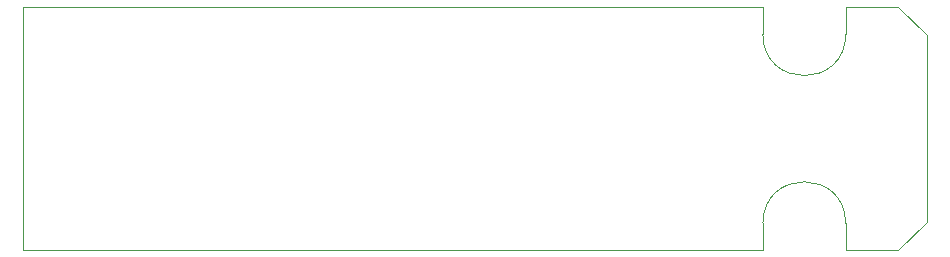
<source format=gbr>
%TF.GenerationSoftware,KiCad,Pcbnew,8.0.3*%
%TF.CreationDate,2024-07-01T08:25:33+09:00*%
%TF.ProjectId,Unit-HDPL-1414,556e6974-2d48-4445-904c-2d313431342e,rev?*%
%TF.SameCoordinates,Original*%
%TF.FileFunction,Profile,NP*%
%FSLAX46Y46*%
G04 Gerber Fmt 4.6, Leading zero omitted, Abs format (unit mm)*
G04 Created by KiCad (PCBNEW 8.0.3) date 2024-07-01 08:25:33*
%MOMM*%
%LPD*%
G01*
G04 APERTURE LIST*
%TA.AperFunction,Profile*%
%ADD10C,0.100000*%
%TD*%
G04 APERTURE END LIST*
D10*
X139140000Y-78600000D02*
X143600000Y-78600000D01*
X132130000Y-96900000D02*
G75*
G02*
X139130000Y-96900000I3500000J0D01*
G01*
X132120000Y-78600000D02*
X69500000Y-78600000D01*
X69500000Y-78600000D02*
X69500000Y-99200000D01*
X132130000Y-99200000D02*
X69500000Y-99200000D01*
X143600000Y-99200000D02*
X146000000Y-96800000D01*
X139140000Y-80900000D02*
X139140000Y-78600000D01*
X139130000Y-99200000D02*
X143600000Y-99200000D01*
X132130000Y-96900000D02*
X132130000Y-99200000D01*
X146000000Y-81000000D02*
X146000000Y-96800000D01*
X143600000Y-78600000D02*
X146000000Y-81000000D01*
X139140000Y-80900000D02*
G75*
G02*
X132120000Y-80900000I-3510000J0D01*
G01*
X139130000Y-96900000D02*
X139130000Y-99200000D01*
X132120000Y-80900000D02*
X132120000Y-78600000D01*
M02*

</source>
